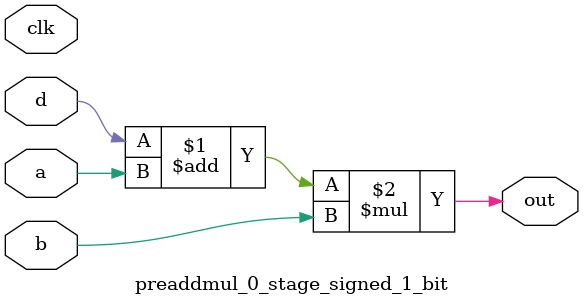
<source format=sv>
(* use_dsp = "yes" *) module preaddmul_0_stage_signed_1_bit(
	input signed [0:0] a,
	input signed [0:0] b,
	input signed [0:0] d,
	output [0:0] out,
	input clk);

	assign out = (d + a) * b;
endmodule

</source>
